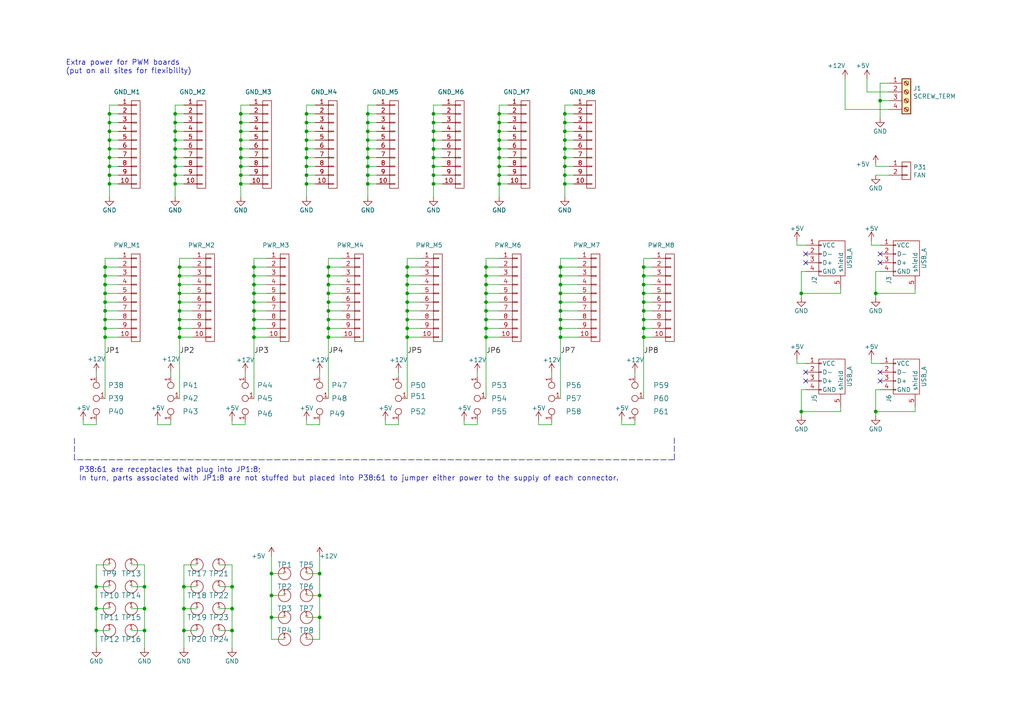
<source format=kicad_sch>
(kicad_sch (version 20211123) (generator eeschema)
  (paper "A4")
  (junction (at 163.83 33.02))
  (junction (at 163.83 40.64))
  (junction (at 92.71 172.72))
  (junction (at 69.85 38.1))
  (junction (at 140.97 82.55))
  (junction (at 163.83 38.1))
  (junction (at 31.75 33.02))
  (junction (at 106.68 53.34))
  (junction (at 27.94 176.53))
  (junction (at 125.73 33.02))
  (junction (at 73.66 82.55))
  (junction (at 144.78 40.64))
  (junction (at 162.56 97.79))
  (junction (at 118.11 87.63))
  (junction (at 186.69 82.55))
  (junction (at 186.69 95.25))
  (junction (at 106.68 48.26))
  (junction (at 88.9 48.26))
  (junction (at 31.75 40.64))
  (junction (at 118.11 80.01))
  (junction (at 31.75 53.34))
  (junction (at 50.8 38.1))
  (junction (at 144.78 48.26))
  (junction (at 255.27 29.21))
  (junction (at 67.31 182.88))
  (junction (at 52.07 90.17))
  (junction (at 106.68 40.64))
  (junction (at 78.74 172.72))
  (junction (at 106.68 35.56))
  (junction (at 95.25 90.17))
  (junction (at 88.9 43.18))
  (junction (at 52.07 87.63))
  (junction (at 69.85 35.56))
  (junction (at 50.8 43.18))
  (junction (at 69.85 43.18))
  (junction (at 78.74 179.07))
  (junction (at 125.73 45.72))
  (junction (at 30.48 85.09))
  (junction (at 118.11 92.71))
  (junction (at 53.34 176.53))
  (junction (at 52.07 80.01))
  (junction (at 106.68 38.1))
  (junction (at 125.73 48.26))
  (junction (at 254 85.09))
  (junction (at 232.41 119.38))
  (junction (at 186.69 80.01))
  (junction (at 73.66 85.09))
  (junction (at 31.75 35.56))
  (junction (at 50.8 53.34))
  (junction (at 69.85 40.64))
  (junction (at 52.07 85.09))
  (junction (at 162.56 87.63))
  (junction (at 232.41 85.09))
  (junction (at 30.48 80.01))
  (junction (at 125.73 40.64))
  (junction (at 69.85 33.02))
  (junction (at 186.69 87.63))
  (junction (at 144.78 45.72))
  (junction (at 30.48 87.63))
  (junction (at 106.68 33.02))
  (junction (at 254 119.38))
  (junction (at 27.94 170.18))
  (junction (at 73.66 80.01))
  (junction (at 88.9 40.64))
  (junction (at 73.66 90.17))
  (junction (at 73.66 97.79))
  (junction (at 67.31 170.18))
  (junction (at 52.07 82.55))
  (junction (at 30.48 95.25))
  (junction (at 95.25 97.79))
  (junction (at 140.97 90.17))
  (junction (at 125.73 35.56))
  (junction (at 31.75 50.8))
  (junction (at 125.73 53.34))
  (junction (at 95.25 82.55))
  (junction (at 50.8 40.64))
  (junction (at 186.69 77.47))
  (junction (at 69.85 45.72))
  (junction (at 144.78 53.34))
  (junction (at 118.11 97.79))
  (junction (at 163.83 43.18))
  (junction (at 95.25 85.09))
  (junction (at 53.34 182.88))
  (junction (at 140.97 77.47))
  (junction (at 106.68 50.8))
  (junction (at 163.83 50.8))
  (junction (at 67.31 176.53))
  (junction (at 106.68 43.18))
  (junction (at 30.48 97.79))
  (junction (at 95.25 92.71))
  (junction (at 162.56 92.71))
  (junction (at 106.68 45.72))
  (junction (at 52.07 92.71))
  (junction (at 31.75 45.72))
  (junction (at 95.25 95.25))
  (junction (at 88.9 53.34))
  (junction (at 78.74 166.37))
  (junction (at 162.56 82.55))
  (junction (at 140.97 80.01))
  (junction (at 52.07 95.25))
  (junction (at 41.91 170.18))
  (junction (at 31.75 38.1))
  (junction (at 144.78 35.56))
  (junction (at 50.8 35.56))
  (junction (at 186.69 85.09))
  (junction (at 92.71 179.07))
  (junction (at 144.78 38.1))
  (junction (at 118.11 85.09))
  (junction (at 52.07 77.47))
  (junction (at 41.91 182.88))
  (junction (at 118.11 82.55))
  (junction (at 31.75 48.26))
  (junction (at 95.25 80.01))
  (junction (at 140.97 87.63))
  (junction (at 30.48 82.55))
  (junction (at 30.48 77.47))
  (junction (at 125.73 38.1))
  (junction (at 69.85 48.26))
  (junction (at 144.78 43.18))
  (junction (at 69.85 50.8))
  (junction (at 162.56 80.01))
  (junction (at 30.48 90.17))
  (junction (at 88.9 35.56))
  (junction (at 69.85 53.34))
  (junction (at 186.69 90.17))
  (junction (at 162.56 95.25))
  (junction (at 50.8 48.26))
  (junction (at 73.66 92.71))
  (junction (at 163.83 53.34))
  (junction (at 50.8 45.72))
  (junction (at 118.11 95.25))
  (junction (at 186.69 92.71))
  (junction (at 140.97 92.71))
  (junction (at 31.75 43.18))
  (junction (at 88.9 50.8))
  (junction (at 118.11 77.47))
  (junction (at 163.83 45.72))
  (junction (at 163.83 48.26))
  (junction (at 163.83 35.56))
  (junction (at 162.56 90.17))
  (junction (at 118.11 90.17))
  (junction (at 144.78 50.8))
  (junction (at 125.73 43.18))
  (junction (at 27.94 182.88))
  (junction (at 73.66 77.47))
  (junction (at 162.56 77.47))
  (junction (at 95.25 77.47))
  (junction (at 88.9 33.02))
  (junction (at 125.73 50.8))
  (junction (at 95.25 87.63))
  (junction (at 162.56 85.09))
  (junction (at 73.66 87.63))
  (junction (at 88.9 45.72))
  (junction (at 50.8 50.8))
  (junction (at 140.97 97.79))
  (junction (at 30.48 92.71))
  (junction (at 140.97 85.09))
  (junction (at 53.34 170.18))
  (junction (at 144.78 33.02))
  (junction (at 41.91 176.53))
  (junction (at 92.71 166.37))
  (junction (at 186.69 97.79))
  (junction (at 73.66 95.25))
  (junction (at 88.9 38.1))
  (junction (at 50.8 33.02))
  (junction (at 140.97 95.25))
  (junction (at 52.07 97.79))
  (no_connect (at 233.68 107.95))
  (no_connect (at 233.68 110.49))
  (no_connect (at 255.27 76.2))
  (no_connect (at 233.68 73.66))
  (no_connect (at 255.27 110.49))
  (no_connect (at 255.27 107.95))
  (no_connect (at 255.27 73.66))
  (no_connect (at 233.68 76.2))
  (wire (pts (xy 31.75 45.72) (xy 31.75 48.26)))
  (wire (pts (xy 41.91 163.83) (xy 38.1 163.83)))
  (wire (pts (xy 144.78 50.8) (xy 147.32 50.8)))
  (wire (pts (xy 144.78 33.02) (xy 147.32 33.02)))
  (wire (pts (xy 71.12 109.22) (xy 71.12 107.95)))
  (wire (pts (xy 30.48 97.79) (xy 30.48 115.57)))
  (wire (pts (xy 163.83 35.56) (xy 163.83 38.1)))
  (wire (pts (xy 67.31 182.88) (xy 63.5 182.88)))
  (wire (pts (xy 144.78 82.55) (xy 140.97 82.55)))
  (wire (pts (xy 50.8 53.34) (xy 53.34 53.34)))
  (wire (pts (xy 147.32 30.48) (xy 144.78 30.48)))
  (wire (pts (xy 88.9 38.1) (xy 91.44 38.1)))
  (wire (pts (xy 163.83 43.18) (xy 166.37 43.18)))
  (wire (pts (xy 254 85.09) (xy 254 86.36)))
  (wire (pts (xy 243.84 119.38) (xy 232.41 119.38)))
  (wire (pts (xy 77.47 92.71) (xy 73.66 92.71)))
  (wire (pts (xy 163.83 53.34) (xy 163.83 57.15)))
  (wire (pts (xy 106.68 38.1) (xy 109.22 38.1)))
  (wire (pts (xy 163.83 43.18) (xy 163.83 45.72)))
  (wire (pts (xy 257.81 26.67) (xy 251.46 26.67)))
  (wire (pts (xy 186.69 77.47) (xy 186.69 80.01)))
  (wire (pts (xy 69.85 48.26) (xy 69.85 50.8)))
  (wire (pts (xy 88.9 45.72) (xy 88.9 48.26)))
  (wire (pts (xy 125.73 33.02) (xy 128.27 33.02)))
  (wire (pts (xy 31.75 43.18) (xy 31.75 45.72)))
  (wire (pts (xy 88.9 45.72) (xy 91.44 45.72)))
  (wire (pts (xy 118.11 80.01) (xy 118.11 82.55)))
  (wire (pts (xy 30.48 95.25) (xy 30.48 97.79)))
  (wire (pts (xy 189.23 77.47) (xy 186.69 77.47)))
  (wire (pts (xy 163.83 48.26) (xy 163.83 50.8)))
  (wire (pts (xy 186.69 80.01) (xy 189.23 80.01)))
  (wire (pts (xy 140.97 92.71) (xy 140.97 95.25)))
  (wire (pts (xy 73.66 95.25) (xy 77.47 95.25)))
  (wire (pts (xy 30.48 92.71) (xy 30.48 95.25)))
  (wire (pts (xy 57.15 182.88) (xy 53.34 182.88)))
  (wire (pts (xy 232.41 113.03) (xy 232.41 119.38)))
  (wire (pts (xy 73.66 80.01) (xy 77.47 80.01)))
  (wire (pts (xy 53.34 176.53) (xy 57.15 176.53)))
  (wire (pts (xy 144.78 87.63) (xy 140.97 87.63)))
  (wire (pts (xy 163.83 40.64) (xy 163.83 43.18)))
  (wire (pts (xy 140.97 85.09) (xy 144.78 85.09)))
  (wire (pts (xy 186.69 85.09) (xy 186.69 87.63)))
  (wire (pts (xy 31.75 40.64) (xy 34.29 40.64)))
  (wire (pts (xy 111.76 123.19) (xy 115.57 123.19)))
  (wire (pts (xy 180.34 121.92) (xy 180.34 123.19)))
  (wire (pts (xy 162.56 92.71) (xy 162.56 95.25)))
  (wire (pts (xy 106.68 30.48) (xy 106.68 33.02)))
  (wire (pts (xy 50.8 50.8) (xy 50.8 53.34)))
  (wire (pts (xy 41.91 176.53) (xy 41.91 182.88)))
  (wire (pts (xy 69.85 30.48) (xy 69.85 33.02)))
  (wire (pts (xy 162.56 82.55) (xy 162.56 85.09)))
  (wire (pts (xy 67.31 176.53) (xy 67.31 182.88)))
  (wire (pts (xy 99.06 92.71) (xy 95.25 92.71)))
  (wire (pts (xy 162.56 77.47) (xy 162.56 80.01)))
  (wire (pts (xy 88.9 43.18) (xy 88.9 45.72)))
  (wire (pts (xy 31.75 35.56) (xy 34.29 35.56)))
  (wire (pts (xy 160.02 109.22) (xy 160.02 107.95)))
  (wire (pts (xy 118.11 90.17) (xy 121.92 90.17)))
  (wire (pts (xy 144.78 53.34) (xy 147.32 53.34)))
  (wire (pts (xy 50.8 45.72) (xy 53.34 45.72)))
  (wire (pts (xy 162.56 85.09) (xy 167.64 85.09)))
  (wire (pts (xy 78.74 166.37) (xy 78.74 172.72)))
  (wire (pts (xy 184.15 123.19) (xy 184.15 121.92)))
  (wire (pts (xy 144.78 77.47) (xy 140.97 77.47)))
  (wire (pts (xy 95.25 82.55) (xy 95.25 85.09)))
  (wire (pts (xy 72.39 30.48) (xy 69.85 30.48)))
  (wire (pts (xy 95.25 74.93) (xy 95.25 77.47)))
  (wire (pts (xy 163.83 45.72) (xy 166.37 45.72)))
  (wire (pts (xy 45.72 123.19) (xy 49.53 123.19)))
  (wire (pts (xy 30.48 80.01) (xy 30.48 82.55)))
  (wire (pts (xy 77.47 77.47) (xy 73.66 77.47)))
  (wire (pts (xy 99.06 95.25) (xy 95.25 95.25)))
  (wire (pts (xy 144.78 92.71) (xy 140.97 92.71)))
  (wire (pts (xy 95.25 95.25) (xy 95.25 97.79)))
  (wire (pts (xy 67.31 182.88) (xy 67.31 187.96)))
  (wire (pts (xy 140.97 95.25) (xy 140.97 97.79)))
  (wire (pts (xy 27.94 176.53) (xy 31.75 176.53)))
  (wire (pts (xy 88.9 48.26) (xy 88.9 50.8)))
  (wire (pts (xy 31.75 45.72) (xy 34.29 45.72)))
  (wire (pts (xy 92.71 179.07) (xy 92.71 185.42)))
  (wire (pts (xy 95.25 92.71) (xy 95.25 95.25)))
  (wire (pts (xy 95.25 97.79) (xy 99.06 97.79)))
  (wire (pts (xy 231.14 69.85) (xy 231.14 71.12)))
  (wire (pts (xy 189.23 87.63) (xy 186.69 87.63)))
  (wire (pts (xy 73.66 90.17) (xy 77.47 90.17)))
  (wire (pts (xy 140.97 74.93) (xy 140.97 77.47)))
  (wire (pts (xy 118.11 90.17) (xy 118.11 92.71)))
  (wire (pts (xy 125.73 43.18) (xy 128.27 43.18)))
  (wire (pts (xy 88.9 33.02) (xy 91.44 33.02)))
  (wire (pts (xy 53.34 182.88) (xy 53.34 187.96)))
  (wire (pts (xy 73.66 92.71) (xy 73.66 95.25)))
  (wire (pts (xy 30.48 85.09) (xy 30.48 87.63)))
  (wire (pts (xy 115.57 123.19) (xy 115.57 121.92)))
  (wire (pts (xy 254 48.26) (xy 257.81 48.26)))
  (wire (pts (xy 31.75 50.8) (xy 34.29 50.8)))
  (wire (pts (xy 55.88 82.55) (xy 52.07 82.55)))
  (wire (pts (xy 160.02 123.19) (xy 160.02 121.92)))
  (wire (pts (xy 30.48 82.55) (xy 30.48 85.09)))
  (wire (pts (xy 265.43 83.82) (xy 265.43 85.09)))
  (wire (pts (xy 125.73 38.1) (xy 125.73 40.64)))
  (wire (pts (xy 88.9 123.19) (xy 92.71 123.19)))
  (wire (pts (xy 254 113.03) (xy 254 119.38)))
  (wire (pts (xy 140.97 85.09) (xy 140.97 87.63)))
  (wire (pts (xy 95.25 85.09) (xy 99.06 85.09)))
  (wire (pts (xy 69.85 50.8) (xy 69.85 53.34)))
  (wire (pts (xy 50.8 38.1) (xy 50.8 40.64)))
  (wire (pts (xy 50.8 35.56) (xy 50.8 38.1)))
  (wire (pts (xy 50.8 50.8) (xy 53.34 50.8)))
  (wire (pts (xy 265.43 119.38) (xy 254 119.38)))
  (wire (pts (xy 186.69 95.25) (xy 186.69 97.79)))
  (wire (pts (xy 106.68 43.18) (xy 106.68 45.72)))
  (wire (pts (xy 186.69 92.71) (xy 186.69 95.25)))
  (wire (pts (xy 73.66 74.93) (xy 73.66 77.47)))
  (wire (pts (xy 144.78 40.64) (xy 144.78 43.18)))
  (wire (pts (xy 27.94 123.19) (xy 27.94 121.92)))
  (wire (pts (xy 109.22 30.48) (xy 106.68 30.48)))
  (wire (pts (xy 88.9 50.8) (xy 91.44 50.8)))
  (wire (pts (xy 27.94 176.53) (xy 27.94 182.88)))
  (wire (pts (xy 128.27 30.48) (xy 125.73 30.48)))
  (wire (pts (xy 52.07 77.47) (xy 52.07 80.01)))
  (wire (pts (xy 69.85 33.02) (xy 69.85 35.56)))
  (wire (pts (xy 140.97 90.17) (xy 140.97 92.71)))
  (wire (pts (xy 232.41 85.09) (xy 232.41 86.36)))
  (wire (pts (xy 180.34 123.19) (xy 184.15 123.19)))
  (wire (pts (xy 99.06 87.63) (xy 95.25 87.63)))
  (wire (pts (xy 50.8 40.64) (xy 53.34 40.64)))
  (wire (pts (xy 69.85 48.26) (xy 72.39 48.26)))
  (wire (pts (xy 69.85 50.8) (xy 72.39 50.8)))
  (wire (pts (xy 52.07 87.63) (xy 52.07 90.17)))
  (wire (pts (xy 162.56 74.93) (xy 162.56 77.47)))
  (wire (pts (xy 52.07 85.09) (xy 55.88 85.09)))
  (wire (pts (xy 41.91 163.83) (xy 41.91 170.18)))
  (wire (pts (xy 243.84 83.82) (xy 243.84 85.09)))
  (wire (pts (xy 106.68 33.02) (xy 109.22 33.02)))
  (wire (pts (xy 118.11 97.79) (xy 118.11 115.57)))
  (wire (pts (xy 167.64 77.47) (xy 162.56 77.47)))
  (wire (pts (xy 125.73 40.64) (xy 125.73 43.18)))
  (wire (pts (xy 125.73 45.72) (xy 128.27 45.72)))
  (wire (pts (xy 121.92 87.63) (xy 118.11 87.63)))
  (wire (pts (xy 67.31 163.83) (xy 63.5 163.83)))
  (wire (pts (xy 53.34 176.53) (xy 53.34 182.88)))
  (wire (pts (xy 52.07 90.17) (xy 52.07 92.71)))
  (wire (pts (xy 232.41 78.74) (xy 233.68 78.74)))
  (wire (pts (xy 125.73 48.26) (xy 125.73 50.8)))
  (polyline (pts (xy 195.58 127) (xy 195.58 133.35)))
  (wire (pts (xy 31.75 53.34) (xy 31.75 57.15)))
  (wire (pts (xy 163.83 38.1) (xy 163.83 40.64)))
  (wire (pts (xy 69.85 40.64) (xy 72.39 40.64)))
  (wire (pts (xy 30.48 95.25) (xy 34.29 95.25)))
  (wire (pts (xy 50.8 48.26) (xy 50.8 50.8)))
  (wire (pts (xy 186.69 97.79) (xy 186.69 115.57)))
  (wire (pts (xy 50.8 30.48) (xy 50.8 33.02)))
  (wire (pts (xy 144.78 43.18) (xy 147.32 43.18)))
  (wire (pts (xy 186.69 74.93) (xy 186.69 77.47)))
  (wire (pts (xy 55.88 92.71) (xy 52.07 92.71)))
  (wire (pts (xy 156.21 123.19) (xy 160.02 123.19)))
  (wire (pts (xy 95.25 97.79) (xy 95.25 115.57)))
  (wire (pts (xy 50.8 33.02) (xy 50.8 35.56)))
  (wire (pts (xy 265.43 85.09) (xy 254 85.09)))
  (wire (pts (xy 162.56 74.93) (xy 167.64 74.93)))
  (wire (pts (xy 140.97 77.47) (xy 140.97 80.01)))
  (wire (pts (xy 92.71 185.42) (xy 88.9 185.42)))
  (wire (pts (xy 186.69 90.17) (xy 186.69 92.71)))
  (wire (pts (xy 30.48 87.63) (xy 30.48 90.17)))
  (wire (pts (xy 162.56 90.17) (xy 162.56 92.71)))
  (wire (pts (xy 50.8 43.18) (xy 50.8 45.72)))
  (wire (pts (xy 34.29 82.55) (xy 30.48 82.55)))
  (wire (pts (xy 125.73 45.72) (xy 125.73 48.26)))
  (wire (pts (xy 144.78 43.18) (xy 144.78 45.72)))
  (wire (pts (xy 63.5 176.53) (xy 67.31 176.53)))
  (wire (pts (xy 53.34 163.83) (xy 53.34 170.18)))
  (wire (pts (xy 106.68 45.72) (xy 106.68 48.26)))
  (wire (pts (xy 118.11 95.25) (xy 118.11 97.79)))
  (wire (pts (xy 78.74 172.72) (xy 78.74 179.07)))
  (wire (pts (xy 231.14 104.14) (xy 231.14 105.41)))
  (wire (pts (xy 232.41 119.38) (xy 232.41 120.65)))
  (wire (pts (xy 138.43 123.19) (xy 138.43 121.92)))
  (wire (pts (xy 27.94 163.83) (xy 31.75 163.83)))
  (wire (pts (xy 125.73 33.02) (xy 125.73 35.56)))
  (wire (pts (xy 118.11 92.71) (xy 118.11 95.25)))
  (wire (pts (xy 52.07 95.25) (xy 52.07 97.79)))
  (wire (pts (xy 140.97 87.63) (xy 140.97 90.17)))
  (wire (pts (xy 27.94 109.22) (xy 27.94 107.95)))
  (wire (pts (xy 125.73 30.48) (xy 125.73 33.02)))
  (wire (pts (xy 88.9 179.07) (xy 92.71 179.07)))
  (wire (pts (xy 118.11 82.55) (xy 118.11 85.09)))
  (wire (pts (xy 144.78 33.02) (xy 144.78 35.56)))
  (wire (pts (xy 41.91 182.88) (xy 41.91 187.96)))
  (wire (pts (xy 255.27 29.21) (xy 255.27 34.29)))
  (wire (pts (xy 144.78 38.1) (xy 147.32 38.1)))
  (wire (pts (xy 88.9 48.26) (xy 91.44 48.26)))
  (wire (pts (xy 31.75 50.8) (xy 31.75 53.34)))
  (wire (pts (xy 162.56 97.79) (xy 162.56 115.57)))
  (wire (pts (xy 88.9 40.64) (xy 88.9 43.18)))
  (wire (pts (xy 73.66 87.63) (xy 73.66 90.17)))
  (wire (pts (xy 52.07 90.17) (xy 55.88 90.17)))
  (wire (pts (xy 144.78 38.1) (xy 144.78 40.64)))
  (wire (pts (xy 144.78 35.56) (xy 147.32 35.56)))
  (wire (pts (xy 34.29 30.48) (xy 31.75 30.48)))
  (wire (pts (xy 118.11 80.01) (xy 121.92 80.01)))
  (wire (pts (xy 69.85 40.64) (xy 69.85 43.18)))
  (wire (pts (xy 118.11 85.09) (xy 121.92 85.09)))
  (wire (pts (xy 24.13 123.19) (xy 27.94 123.19)))
  (wire (pts (xy 95.25 90.17) (xy 99.06 90.17)))
  (wire (pts (xy 69.85 53.34) (xy 69.85 57.15)))
  (wire (pts (xy 184.15 109.22) (xy 184.15 107.95)))
  (wire (pts (xy 67.31 163.83) (xy 67.31 170.18)))
  (wire (pts (xy 92.71 172.72) (xy 88.9 172.72)))
  (wire (pts (xy 69.85 53.34) (xy 72.39 53.34)))
  (wire (pts (xy 69.85 38.1) (xy 72.39 38.1)))
  (wire (pts (xy 50.8 43.18) (xy 53.34 43.18)))
  (wire (pts (xy 31.75 35.56) (xy 31.75 38.1)))
  (wire (pts (xy 55.88 77.47) (xy 52.07 77.47)))
  (wire (pts (xy 34.29 92.71) (xy 30.48 92.71)))
  (wire (pts (xy 144.78 30.48) (xy 144.78 33.02)))
  (wire (pts (xy 53.34 170.18) (xy 53.34 176.53)))
  (wire (pts (xy 251.46 22.86) (xy 251.46 26.67)))
  (wire (pts (xy 50.8 33.02) (xy 53.34 33.02)))
  (wire (pts (xy 265.43 118.11) (xy 265.43 119.38)))
  (wire (pts (xy 67.31 170.18) (xy 63.5 170.18)))
  (wire (pts (xy 162.56 80.01) (xy 167.64 80.01)))
  (wire (pts (xy 144.78 48.26) (xy 144.78 50.8)))
  (wire (pts (xy 69.85 45.72) (xy 72.39 45.72)))
  (wire (pts (xy 92.71 109.22) (xy 92.71 107.95)))
  (wire (pts (xy 88.9 40.64) (xy 91.44 40.64)))
  (wire (pts (xy 99.06 77.47) (xy 95.25 77.47)))
  (wire (pts (xy 186.69 82.55) (xy 186.69 85.09)))
  (wire (pts (xy 78.74 179.07) (xy 82.55 179.07)))
  (wire (pts (xy 186.69 87.63) (xy 186.69 90.17)))
  (wire (pts (xy 140.97 82.55) (xy 140.97 85.09)))
  (wire (pts (xy 77.47 82.55) (xy 73.66 82.55)))
  (wire (pts (xy 78.74 179.07) (xy 78.74 185.42)))
  (wire (pts (xy 243.84 85.09) (xy 232.41 85.09)))
  (wire (pts (xy 254 113.03) (xy 255.27 113.03)))
  (wire (pts (xy 255.27 24.13) (xy 255.27 29.21)))
  (wire (pts (xy 167.64 97.79) (xy 162.56 97.79)))
  (wire (pts (xy 78.74 161.29) (xy 78.74 166.37)))
  (wire (pts (xy 140.97 80.01) (xy 140.97 82.55)))
  (wire (pts (xy 163.83 33.02) (xy 166.37 33.02)))
  (polyline (pts (xy 21.59 133.35) (xy 21.59 127)))
  (wire (pts (xy 67.31 170.18) (xy 67.31 176.53)))
  (wire (pts (xy 106.68 33.02) (xy 106.68 35.56)))
  (wire (pts (xy 73.66 85.09) (xy 73.66 87.63)))
  (wire (pts (xy 134.62 121.92) (xy 134.62 123.19)))
  (wire (pts (xy 53.34 163.83) (xy 57.15 163.83)))
  (wire (pts (xy 111.76 121.92) (xy 111.76 123.19)))
  (wire (pts (xy 73.66 97.79) (xy 73.66 115.57)))
  (wire (pts (xy 52.07 95.25) (xy 55.88 95.25)))
  (wire (pts (xy 99.06 82.55) (xy 95.25 82.55)))
  (wire (pts (xy 243.84 118.11) (xy 243.84 119.38)))
  (wire (pts (xy 257.81 24.13) (xy 255.27 24.13)))
  (wire (pts (xy 45.72 121.92) (xy 45.72 123.19)))
  (wire (pts (xy 125.73 50.8) (xy 128.27 50.8)))
  (wire (pts (xy 69.85 45.72) (xy 69.85 48.26)))
  (wire (pts (xy 38.1 176.53) (xy 41.91 176.53)))
  (wire (pts (xy 88.9 33.02) (xy 88.9 35.56)))
  (wire (pts (xy 140.97 74.93) (xy 144.78 74.93)))
  (wire (pts (xy 55.88 87.63) (xy 52.07 87.63)))
  (wire (pts (xy 162.56 95.25) (xy 167.64 95.25)))
  (wire (pts (xy 118.11 85.09) (xy 118.11 87.63)))
  (wire (pts (xy 166.37 30.48) (xy 163.83 30.48)))
  (wire (pts (xy 144.78 35.56) (xy 144.78 38.1)))
  (wire (pts (xy 50.8 53.34) (xy 50.8 57.15)))
  (wire (pts (xy 106.68 50.8) (xy 109.22 50.8)))
  (wire (pts (xy 162.56 95.25) (xy 162.56 97.79)))
  (wire (pts (xy 121.92 82.55) (xy 118.11 82.55)))
  (wire (pts (xy 125.73 53.34) (xy 128.27 53.34)))
  (wire (pts (xy 231.14 71.12) (xy 233.68 71.12)))
  (wire (pts (xy 91.44 30.48) (xy 88.9 30.48)))
  (wire (pts (xy 144.78 50.8) (xy 144.78 53.34)))
  (wire (pts (xy 71.12 123.19) (xy 71.12 121.92)))
  (wire (pts (xy 189.23 82.55) (xy 186.69 82.55)))
  (wire (pts (xy 121.92 92.71) (xy 118.11 92.71)))
  (wire (pts (xy 186.69 90.17) (xy 189.23 90.17)))
  (wire (pts (xy 106.68 35.56) (xy 109.22 35.56)))
  (wire (pts (xy 73.66 77.47) (xy 73.66 80.01)))
  (wire (pts (xy 55.88 97.79) (xy 52.07 97.79)))
  (wire (pts (xy 77.47 87.63) (xy 73.66 87.63)))
  (wire (pts (xy 41.91 170.18) (xy 38.1 170.18)))
  (wire (pts (xy 255.27 71.12) (xy 252.73 71.12)))
  (wire (pts (xy 106.68 40.64) (xy 106.68 43.18)))
  (wire (pts (xy 49.53 107.95) (xy 49.53 109.22)))
  (wire (pts (xy 106.68 53.34) (xy 106.68 57.15)))
  (wire (pts (xy 92.71 123.19) (xy 92.71 121.92)))
  (wire (pts (xy 73.66 85.09) (xy 77.47 85.09)))
  (wire (pts (xy 88.9 35.56) (xy 88.9 38.1)))
  (wire (pts (xy 106.68 50.8) (xy 106.68 53.34)))
  (wire (pts (xy 88.9 53.34) (xy 88.9 57.15)))
  (wire (pts (xy 125.73 53.34) (xy 125.73 57.15)))
  (wire (pts (xy 140.97 80.01) (xy 144.78 80.01)))
  (wire (pts (xy 189.23 92.71) (xy 186.69 92.71)))
  (wire (pts (xy 232.41 113.03) (xy 233.68 113.03)))
  (wire (pts (xy 95.25 80.01) (xy 95.25 82.55)))
  (wire (pts (xy 31.75 48.26) (xy 31.75 50.8)))
  (wire (pts (xy 92.71 172.72) (xy 92.71 179.07)))
  (wire (pts (xy 73.66 80.01) (xy 73.66 82.55)))
  (wire (pts (xy 31.75 40.64) (xy 31.75 43.18)))
  (wire (pts (xy 106.68 45.72) (xy 109.22 45.72)))
  (wire (pts (xy 52.07 92.71) (xy 52.07 95.25)))
  (wire (pts (xy 31.75 48.26) (xy 34.29 48.26)))
  (wire (pts (xy 252.73 105.41) (xy 252.73 104.14)))
  (wire (pts (xy 34.29 77.47) (xy 30.48 77.47)))
  (wire (pts (xy 95.25 85.09) (xy 95.25 87.63)))
  (wire (pts (xy 125.73 38.1) (xy 128.27 38.1)))
  (wire (pts (xy 92.71 161.29) (xy 92.71 166.37)))
  (wire (pts (xy 163.83 33.02) (xy 163.83 35.56)))
  (wire (pts (xy 31.75 170.18) (xy 27.94 170.18)))
  (wire (pts (xy 41.91 182.88) (xy 38.1 182.88)))
  (wire (pts (xy 27.94 182.88) (xy 27.94 187.96)))
  (wire (pts (xy 163.83 30.48) (xy 163.83 33.02)))
  (wire (pts (xy 118.11 74.93) (xy 121.92 74.93)))
  (wire (pts (xy 162.56 85.09) (xy 162.56 87.63)))
  (wire (pts (xy 52.07 82.55) (xy 52.07 85.09)))
  (wire (pts (xy 95.25 87.63) (xy 95.25 90.17)))
  (wire (pts (xy 144.78 48.26) (xy 147.32 48.26)))
  (wire (pts (xy 95.25 77.47) (xy 95.25 80.01)))
  (wire (pts (xy 163.83 50.8) (xy 166.37 50.8)))
  (wire (pts (xy 31.75 33.02) (xy 31.75 35.56)))
  (wire (pts (xy 162.56 90.17) (xy 167.64 90.17)))
  (wire (pts (xy 252.73 71.12) (xy 252.73 69.85)))
  (wire (pts (xy 106.68 48.26) (xy 109.22 48.26)))
  (wire (pts (xy 88.9 121.92) (xy 88.9 123.19)))
  (wire (pts (xy 31.75 38.1) (xy 31.75 40.64)))
  (wire (pts (xy 163.83 40.64) (xy 166.37 40.64)))
  (wire (pts (xy 254 78.74) (xy 255.27 78.74)))
  (wire (pts (xy 52.07 85.09) (xy 52.07 87.63)))
  (wire (pts (xy 186.69 80.01) (xy 186.69 82.55)))
  (wire (pts (xy 163.83 45.72) (xy 163.83 48.26)))
  (wire (pts (xy 57.15 170.18) (xy 53.34 170.18)))
  (wire (pts (xy 144.78 97.79) (xy 140.97 97.79)))
  (wire (pts (xy 88.9 43.18) (xy 91.44 43.18)))
  (wire (pts (xy 50.8 45.72) (xy 50.8 48.26)))
  (wire (pts (xy 254 119.38) (xy 254 120.65)))
  (wire (pts (xy 30.48 90.17) (xy 30.48 92.71)))
  (wire (pts (xy 125.73 43.18) (xy 125.73 45.72)))
  (wire (pts (xy 53.34 30.48) (xy 50.8 30.48)))
  (wire (pts (xy 92.71 166.37) (xy 92.71 172.72)))
  (wire (pts (xy 125.73 35.56) (xy 125.73 38.1)))
  (wire (pts (xy 67.31 123.19) (xy 71.12 123.19)))
  (wire (pts (xy 106.68 35.56) (xy 106.68 38.1)))
  (wire (pts (xy 162.56 80.01) (xy 162.56 82.55)))
  (wire (pts (xy 121.92 97.79) (xy 118.11 97.79)))
  (wire (pts (xy 69.85 43.18) (xy 72.39 43.18)))
  (wire (pts (xy 163.83 38.1) (xy 166.37 38.1)))
  (wire (pts (xy 30.48 80.01) (xy 34.29 80.01)))
  (wire (pts (xy 67.31 121.92) (xy 67.31 123.19)))
  (wire (pts (xy 106.68 48.26) (xy 106.68 50.8)))
  (wire (pts (xy 144.78 45.72) (xy 144.78 48.26)))
  (wire (pts (xy 167.64 87.63) (xy 162.56 87.63)))
  (wire (pts (xy 162.56 87.63) (xy 162.56 90.17)))
  (wire (pts (xy 31.75 43.18) (xy 34.29 43.18)))
  (wire (pts (xy 88.9 53.34) (xy 91.44 53.34)))
  (wire (pts (xy 50.8 35.56) (xy 53.34 35.56)))
  (wire (pts (xy 31.75 33.02) (xy 34.29 33.02)))
  (wire (pts (xy 106.68 43.18) (xy 109.22 43.18)))
  (wire (pts (xy 163.83 35.56) (xy 166.37 35.56)))
  (wire (pts (xy 27.94 163.83) (xy 27.94 170.18)))
  (wire (pts (xy 31.75 182.88) (xy 27.94 182.88)))
  (wire (pts (xy 106.68 53.34) (xy 109.22 53.34)))
  (wire (pts (xy 186.69 95.25) (xy 189.23 95.25)))
  (wire (pts (xy 88.9 166.37) (xy 92.71 166.37)))
  (wire (pts (xy 140.97 90.17) (xy 144.78 90.17)))
  (wire (pts (xy 27.94 170.18) (xy 27.94 176.53)))
  (wire (pts (xy 257.81 31.75) (xy 245.11 31.75)))
  (wire (pts (xy 50.8 48.26) (xy 53.34 48.26)))
  (wire (pts (xy 95.25 80.01) (xy 99.06 80.01)))
  (wire (pts (xy 78.74 185.42) (xy 82.55 185.42)))
  (wire (pts (xy 73.66 74.93) (xy 77.47 74.93)))
  (wire (pts (xy 125.73 48.26) (xy 128.27 48.26)))
  (wire (pts (xy 78.74 166.37) (xy 82.55 166.37)))
  (wire (pts (xy 144.78 45.72) (xy 147.32 45.72)))
  (wire (pts (xy 125.73 40.64) (xy 128.27 40.64)))
  (wire (pts (xy 167.64 82.55) (xy 162.56 82.55)))
  (wire (pts (xy 52.07 74.93) (xy 55.88 74.93)))
  (wire (pts (xy 30.48 85.09) (xy 34.29 85.09)))
  (wire (pts (xy 95.25 90.17) (xy 95.25 92.71)))
  (wire (pts (xy 73.66 82.55) (xy 73.66 85.09)))
  (wire (pts (xy 144.78 53.34) (xy 144.78 57.15)))
  (wire (pts (xy 31.75 38.1) (xy 34.29 38.1)))
  (wire (pts (xy 77.47 97.79) (xy 73.66 97.79)))
  (wire (pts (xy 118.11 74.93) (xy 118.11 77.47)))
  (wire (pts (xy 189.23 97.79) (xy 186.69 97.79)))
  (wire (pts (xy 31.75 53.34) (xy 34.29 53.34)))
  (wire (pts (xy 49.53 123.19) (xy 49.53 121.92)))
  (wire (pts (xy 50.8 40.64) (xy 50.8 43.18)))
  (wire (pts (xy 88.9 38.1) (xy 88.9 40.64)))
  (polyline (pts (xy 195.58 133.35) (xy 21.59 133.35)))
  (wire (pts (xy 255.27 105.41) (xy 252.73 105.41)))
  (wire (pts (xy 254 50.8) (xy 257.81 50.8)))
  (wire (pts (xy 140.97 95.25) (xy 144.78 95.25)))
  (wire (pts (xy 50.8 38.1) (xy 53.34 38.1)))
  (wire (pts (xy 69.85 43.18) (xy 69.85 45.72)))
  (wire (pts (xy 69.85 33.02) (xy 72.39 33.02)))
  (wire (pts (xy 88.9 30.48) (xy 88.9 33.02)))
  (wire (pts (xy 88.9 50.8) (xy 88.9 53.34)))
  (wire (pts (xy 95.25 74.93) (xy 99.06 74.93)))
  (wire (pts (xy 156.21 121.92) (xy 156.21 123.19)))
  (wire (pts (xy 121.92 77.47) (xy 118.11 77.47)))
  (wire (pts (xy 41.91 170.18) (xy 41.91 176.53)))
  (wire (pts (xy 52.07 80.01) (xy 52.07 82.55)))
  (wire (pts (xy 52.07 97.79) (xy 52.07 115.57)))
  (wire (pts (xy 88.9 35.56) (xy 91.44 35.56)))
  (wire (pts (xy 186.69 74.93) (xy 189.23 74.93)))
  (wire (pts (xy 73.66 90.17) (xy 73.66 92.71)))
  (wire (pts (xy 231.14 105.41) (xy 233.68 105.41)))
  (wire (pts (xy 167.64 92.71) (xy 162.56 92.71)))
  (wire (pts (xy 245.11 31.75) (xy 245.11 22.86)))
  (wire (pts (xy 69.85 35.56) (xy 69.85 38.1)))
  (wire (pts (xy 134.62 123.19) (xy 138.43 123.19)))
  (wire (pts (xy 115.57 109.22) (xy 115.57 107.95)))
  (wire (pts (xy 163.83 48.26) (xy 166.37 48.26)))
  (wire (pts (xy 186.69 85.09) (xy 189.23 85.09)))
  (wire (pts (xy 254 78.74) (xy 254 85.09)))
  (wire (pts (xy 144.78 40.64) (xy 147.32 40.64)))
  (wire (pts (xy 69.85 38.1) (xy 69.85 40.64)))
  (wire (pts (xy 24.13 121.92) (xy 24.13 123.19)))
  (wire (pts (xy 163.83 50.8) (xy 163.83 53.34)))
  (wire (pts (xy 52.07 80.01) (xy 55.88 80.01)))
  (wire (pts (xy 118.11 87.63) (xy 118.11 90.17)))
  (wire (pts (xy 34.29 97.79) (xy 30.48 97.79)))
  (wire (pts (xy 30.48 90.17) (xy 34.29 90.17)))
  (wire (pts (xy 31.75 30.48) (xy 31.75 33.02)))
  (wire (pts (xy 138.43 109.22) (xy 138.43 107.95)))
  (wire (pts (xy 118.11 95.25) (xy 121.92 95.25)))
  (wire (pts (xy 125.73 50.8) (xy 125.73 53.34)))
  (wire (pts (xy 106.68 40.64) (xy 109.22 40.64)))
  (wire (pts (xy 34.29 74.93) (xy 30.48 74.93)))
  (wire (pts (xy 82.55 172.72) (xy 78.74 172.72)))
  (wire (pts (xy 118.11 77.47) (xy 118.11 80.01)))
  (wire (pts (xy 52.07 74.93) (xy 52.07 77.47)))
  (wire (pts (xy 163.83 53.34) (xy 166.37 53.34)))
  (wire (pts (xy 30.48 77.47) (xy 30.48 80.01)))
  (wire (pts (xy 73.66 95.25) (xy 73.66 97.79)))
  (wire (pts (xy 255.27 29.21) (xy 257.81 29.21)))
  (wire (pts (xy 30.48 74.93) (xy 30.48 77.47)))
  (wire (pts (xy 69.85 35.56) (xy 72.39 35.56)))
  (wire (pts (xy 254 47.625) (xy 254 48.26)))
  (wire (pts (xy 232.41 78.74) (xy 232.41 85.09)))
  (wire (pts (xy 125.73 35.56) (xy 128.27 35.56)))
  (wire (pts (xy 140.97 97.79) (xy 140.97 115.57)))
  (wire (pts (xy 34.29 87.63) (xy 30.48 87.63)))
  (wire (pts (xy 106.68 38.1) (xy 106.68 40.64)))
  (text "P38:61 are receptacles that plug into JP1:8; \nIn turn, parts associated with JP1:8 are not stuffed but placed into P38:61 to jumper either power to the supply of each connector." (at 22.86 139.7 0) (effects (font (size 1.524 1.524)) (justify left bottom)))
  (text "Extra power for PWM boards\n(put on all sites for flexibility)" (at 19.05 21.59 0) (effects (font (size 1.524 1.524)) (justify left bottom)))
  (label "JP8" (at 186.69 102.87 0) (effects (font (size 1.524 1.524))))
  (label "JP2" (at 52.07 102.87 0) (effects (font (size 1.524 1.524))))
  (label "JP4" (at 95.25 102.87 0) (effects (font (size 1.524 1.524))))
  (label "JP5" (at 118.11 102.87 0) (effects (font (size 1.524 1.524))))
  (label "JP3" (at 73.66 102.87 0) (effects (font (size 1.524 1.524))))
  (label "JP1" (at 30.48 102.87 0) (effects (font (size 1.524 1.524))))
  (label "JP7" (at 162.56 102.87 0) (effects (font (size 1.524 1.524))))
  (label "JP6" (at 140.97 102.87 0) (effects (font (size 1.524 1.524))))
  (symbol (lib_id "Motherboard-rescue:conn_CONN_01X10") (at 40.64 59.69 0) (unit 1)
    (property "Reference" "GND_M1" (at 36.83 26.67 0))
    (property "Value" " " (at 43.18 59.69 90))
    (property "Footprint" "mods:10_pin_10in_BW" (effects hide))
    (property "Catalog Number" "ED11163-ND" (effects hide))
    (property "Supplier Name" "Digi-key" (effects hide))
  )
  (symbol (lib_id "Motherboard-rescue:power1_GND") (at 31.75 57.15 0) (unit 1)
    (property "Reference" "#PWR026" (effects hide))
    (property "Value" "GND" (at 31.75 60.96 0))
  )
  (symbol (lib_id "Motherboard-rescue:conn_CONN_01X10") (at 59.69 59.69 0) (unit 1)
    (property "Reference" "GND_M2" (at 55.88 26.67 0))
    (property "Value" " " (at 62.23 59.69 90))
    (property "Footprint" "mods:10_pin_10in_BW" (effects hide))
    (property "Catalog Number" "ED11163-ND" (effects hide))
    (property "Supplier Name" "Digi-key" (effects hide))
  )
  (symbol (lib_id "Motherboard-rescue:power1_GND") (at 50.8 57.15 0) (unit 1)
    (property "Reference" "#PWR027" (effects hide))
    (property "Value" "GND" (at 50.8 60.96 0))
  )
  (symbol (lib_id "Motherboard-rescue:conn_CONN_01X10") (at 78.74 59.69 0) (unit 1)
    (property "Reference" "GND_M3" (at 74.93 26.67 0))
    (property "Value" " " (at 81.28 59.69 90))
    (property "Footprint" "mods:10_pin_10in_BW" (effects hide))
    (property "Catalog Number" "ED11163-ND" (effects hide))
    (property "Supplier Name" "Digi-key" (effects hide))
  )
  (symbol (lib_id "Motherboard-rescue:power1_GND") (at 69.85 57.15 0) (unit 1)
    (property "Reference" "#PWR028" (effects hide))
    (property "Value" "GND" (at 69.85 60.96 0))
  )
  (symbol (lib_id "Motherboard-rescue:conn_CONN_01X10") (at 97.79 59.69 0) (unit 1)
    (property "Reference" "GND_M4" (at 93.98 26.67 0))
    (property "Value" " " (at 100.33 59.69 90))
    (property "Footprint" "mods:10_pin_10in_BW" (effects hide))
    (property "Catalog Number" "ED11163-ND" (effects hide))
    (property "Supplier Name" "Digi-key" (effects hide))
  )
  (symbol (lib_id "Motherboard-rescue:power1_GND") (at 88.9 57.15 0) (unit 1)
    (property "Reference" "#PWR029" (effects hide))
    (property "Value" "GND" (at 88.9 60.96 0))
  )
  (symbol (lib_id "Motherboard-rescue:conn_CONN_01X10") (at 115.57 59.69 0) (unit 1)
    (property "Reference" "GND_M5" (at 111.76 26.67 0))
    (property "Value" " " (at 118.11 59.69 90))
    (property "Footprint" "mods:10_pin_10in_BW" (effects hide))
    (property "Catalog Number" "ED11163-ND" (effects hide))
    (property "Supplier Name" "Digi-key" (effects hide))
  )
  (symbol (lib_id "Motherboard-rescue:power1_GND") (at 106.68 57.15 0) (unit 1)
    (property "Reference" "#PWR030" (effects hide))
    (property "Value" "GND" (at 106.68 60.96 0))
  )
  (symbol (lib_id "Motherboard-rescue:conn_CONN_01X10") (at 134.62 59.69 0) (unit 1)
    (property "Reference" "GND_M6" (at 130.81 26.67 0))
    (property "Value" " " (at 137.16 59.69 90))
    (property "Footprint" "mods:10_pin_10in_BW" (effects hide))
    (property "Catalog Number" "ED11163-ND" (effects hide))
    (property "Supplier Name" "Digi-key" (effects hide))
  )
  (symbol (lib_id "Motherboard-rescue:power1_GND") (at 125.73 57.15 0) (unit 1)
    (property "Reference" "#PWR031" (effects hide))
    (property "Value" "GND" (at 125.73 60.96 0))
  )
  (symbol (lib_id "Motherboard-rescue:conn_CONN_01X10") (at 153.67 59.69 0) (unit 1)
    (property "Reference" "GND_M7" (at 149.86 26.67 0))
    (property "Value" " " (at 156.21 59.69 90))
    (property "Footprint" "mods:10_pin_10in_BW" (effects hide))
    (property "Catalog Number" "ED11163-ND" (effects hide))
    (property "Supplier Name" "Digi-key" (effects hide))
  )
  (symbol (lib_id "Motherboard-rescue:power1_GND") (at 144.78 57.15 0) (unit 1)
    (property "Reference" "#PWR032" (effects hide))
    (property "Value" "GND" (at 144.78 60.96 0))
  )
  (symbol (lib_id "Motherboard-rescue:conn_CONN_01X10") (at 172.72 59.69 0) (unit 1)
    (property "Reference" "GND_M8" (at 168.91 26.67 0))
    (property "Value" " " (at 175.26 59.69 90))
    (property "Footprint" "mods:10_pin_10in_BW" (effects hide))
    (property "Catalog Number" "ED11163-ND" (effects hide))
    (property "Supplier Name" "Digi-key" (effects hide))
  )
  (symbol (lib_id "Motherboard-rescue:power1_GND") (at 163.83 57.15 0) (unit 1)
    (property "Reference" "#PWR042" (effects hide))
    (property "Value" "GND" (at 163.83 60.96 0))
  )
  (symbol (lib_id "Motherboard-rescue:conn_CONN_01X10") (at 40.64 104.14 0) (unit 1)
    (property "Reference" "PWR_M1" (at 36.83 71.12 0))
    (property "Value" "CONN_01X10" (effects hide))
    (property "Footprint" "mods:10_pin_10in_BW" (effects hide))
    (property "Catalog Number" "ED11163-ND" (effects hide))
    (property "Supplier Name" "Digi-key" (effects hide))
  )
  (symbol (lib_id "Motherboard-rescue:conn_CONN_01X10") (at 62.23 104.14 0) (unit 1)
    (property "Reference" "PWR_M2" (at 58.42 71.12 0))
    (property "Value" "CONN_01X10" (effects hide))
    (property "Footprint" "mods:10_pin_10in_BW" (effects hide))
    (property "Catalog Number" "ED11163-ND" (effects hide))
    (property "Supplier Name" "Digi-key" (effects hide))
  )
  (symbol (lib_id "Motherboard-rescue:conn_CONN_01X10") (at 83.82 104.14 0) (unit 1)
    (property "Reference" "PWR_M3" (at 80.01 71.12 0))
    (property "Value" "CONN_01X10" (effects hide))
    (property "Footprint" "mods:10_pin_10in_BW" (effects hide))
    (property "Catalog Number" "ED11163-ND" (effects hide))
    (property "Supplier Name" "Digi-key" (effects hide))
  )
  (symbol (lib_id "Motherboard-rescue:conn_CONN_01X10") (at 105.41 104.14 0) (unit 1)
    (property "Reference" "PWR_M4" (at 101.6 71.12 0))
    (property "Value" "CONN_01X10" (effects hide))
    (property "Footprint" "mods:10_pin_10in_BW" (effects hide))
    (property "Catalog Number" "ED11163-ND" (effects hide))
    (property "Supplier Name" "Digi-key" (effects hide))
  )
  (symbol (lib_id "Motherboard-rescue:conn_CONN_01X10") (at 128.27 104.14 0) (unit 1)
    (property "Reference" "PWR_M5" (at 124.46 71.12 0))
    (property "Value" "CONN_01X10" (effects hide))
    (property "Footprint" "mods:10_pin_10in_BW" (effects hide))
    (property "Catalog Number" "ED11163-ND" (effects hide))
    (property "Supplier Name" "Digi-key" (effects hide))
  )
  (symbol (lib_id "Motherboard-rescue:conn_CONN_01X10") (at 151.13 104.14 0) (unit 1)
    (property "Reference" "PWR_M6" (at 147.32 71.12 0))
    (property "Value" "CONN_01X10" (effects hide))
    (property "Footprint" "mods:10_pin_10in_BW" (effects hide))
    (property "Catalog Number" "ED11163-ND" (effects hide))
    (property "Supplier Name" "Digi-key" (effects hide))
  )
  (symbol (lib_id "Motherboard-rescue:conn_CONN_01X10") (at 173.99 104.14 0) (unit 1)
    (property "Reference" "PWR_M7" (at 170.18 71.12 0))
    (property "Value" "CONN_01X10" (effects hide))
    (property "Footprint" "mods:10_pin_10in_BW" (effects hide))
    (property "Catalog Number" "ED11163-ND" (effects hide))
    (property "Supplier Name" "Digi-key" (effects hide))
  )
  (symbol (lib_id "Motherboard-rescue:conn_CONN_01X10") (at 195.58 104.14 0) (unit 1)
    (property "Reference" "PWR_M8" (at 191.77 71.12 0))
    (property "Value" "CONN_01X10" (effects hide))
    (property "Footprint" "mods:10_pin_10in_BW" (effects hide))
    (property "Catalog Number" "ED11163-ND" (effects hide))
    (property "Supplier Name" "Digi-key" (effects hide))
  )
  (symbol (lib_id "power:+12V") (at 27.94 107.95 0) (unit 1)
    (property "Reference" "#PWR043" (effects hide))
    (property "Value" "+12V" (at 27.94 104.14 0))
  )
  (symbol (lib_id "power:+12V") (at 49.53 107.95 0) (unit 1)
    (property "Reference" "#PWR044" (effects hide))
    (property "Value" "+12V" (at 49.53 104.14 0))
  )
  (symbol (lib_id "power:+12V") (at 71.12 107.95 0) (unit 1)
    (property "Reference" "#PWR045" (effects hide))
    (property "Value" "+12V" (at 71.12 104.394 0))
  )
  (symbol (lib_id "power:+12V") (at 92.71 107.95 0) (unit 1)
    (property "Reference" "#PWR046" (effects hide))
    (property "Value" "+12V" (at 92.71 104.394 0))
  )
  (symbol (lib_id "power:+12V") (at 115.57 107.95 0) (unit 1)
    (property "Reference" "#PWR047" (effects hide))
    (property "Value" "+12V" (at 115.57 104.394 0))
  )
  (symbol (lib_id "power:+12V") (at 138.43 107.95 0) (unit 1)
    (property "Reference" "#PWR048" (effects hide))
    (property "Value" "+12V" (at 138.43 104.394 0))
  )
  (symbol (lib_id "power:+12V") (at 160.02 107.95 0) (unit 1)
    (property "Reference" "#PWR049" (effects hide))
    (property "Value" "+12V" (at 160.02 104.394 0))
  )
  (symbol (lib_id "power:+12V") (at 184.15 107.95 0) (unit 1)
    (property "Reference" "#PWR050" (effects hide))
    (property "Value" "+12V" (at 184.15 104.394 0))
  )
  (symbol (lib_id "Motherboard-rescue:power1_+5V") (at 24.13 121.92 0) (unit 1)
    (property "Reference" "#PWR059" (effects hide))
    (property "Value" "+5V" (at 24.13 118.364 0))
  )
  (symbol (lib_id "Motherboard-rescue:power1_+5V") (at 45.72 121.92 0) (unit 1)
    (property "Reference" "#PWR060" (effects hide))
    (property "Value" "+5V" (at 45.72 118.364 0))
  )
  (symbol (lib_id "Motherboard-rescue:power1_+5V") (at 67.31 121.92 0) (unit 1)
    (property "Reference" "#PWR061" (effects hide))
    (property "Value" "+5V" (at 67.31 118.364 0))
  )
  (symbol (lib_id "Motherboard-rescue:power1_+5V") (at 88.9 121.92 0) (unit 1)
    (property "Reference" "#PWR062" (effects hide))
    (property "Value" "+5V" (at 88.9 118.364 0))
  )
  (symbol (lib_id "Motherboard-rescue:power1_+5V") (at 111.76 121.92 0) (unit 1)
    (property "Reference" "#PWR063" (effects hide))
    (property "Value" "+5V" (at 111.76 118.364 0))
  )
  (symbol (lib_id "Motherboard-rescue:power1_+5V") (at 134.62 121.92 0) (unit 1)
    (property "Reference" "#PWR064" (effects hide))
    (property "Value" "+5V" (at 134.62 118.364 0))
  )
  (symbol (lib_id "Motherboard-rescue:power1_+5V") (at 156.21 121.92 0) (unit 1)
    (property "Reference" "#PWR065" (effects hide))
    (property "Value" "+5V" (at 156.21 118.364 0))
  )
  (symbol (lib_id "Motherboard-rescue:power1_+5V") (at 180.34 121.92 0) (unit 1)
    (property "Reference" "#PWR066" (effects hide))
    (property "Value" "+5V" (at 180.34 118.364 0))
  )
  (symbol (lib_id "Motherboard-rescue:Motherboard_via_stitch") (at 82.55 166.37 0) (unit 1)
    (property "Reference" "TP1" (at 82.55 163.83 0) (effects (font (size 1.524 1.524))))
    (property "Value" "via_stitch" (effects hide))
    (property "Footprint" "mods:stitch_via" (effects hide))
    (property "Catalog Number" "x" (effects hide))
    (property "Supplier Name" "x" (effects hide))
  )
  (symbol (lib_id "power:+12V") (at 92.71 161.29 0) (unit 1)
    (property "Reference" "#PWR067" (effects hide))
    (property "Value" "+24V" (at 95.25 161.29 0))
  )
  (symbol (lib_id "Motherboard-rescue:power1_+5V") (at 78.74 161.29 0) (unit 1)
    (property "Reference" "#PWR068" (effects hide))
    (property "Value" "+5V" (at 74.93 161.29 0))
  )
  (symbol (lib_id "Motherboard-rescue:Motherboard_Jumper_Receptacle") (at 27.94 111.76 270) (unit 1)
    (property "Reference" "P38" (at 33.655 111.76 90) (effects (font (size 1.524 1.524))))
    (property "Value" "Jumper_Receptacle" (effects hide))
    (property "Footprint" "mods:Pin_Header_Straight_1x01_Pitch5.08mm" (effects hide))
    (property "Catalog Number" "952-2207-ND" (effects hide))
    (property "Supplier Name" "Digi-key" (effects hide))
  )
  (symbol (lib_id "Motherboard-rescue:Motherboard_Jumper_Receptacle") (at 27.94 115.57 180) (unit 1)
    (property "Reference" "P39" (at 33.655 115.57 0) (effects (font (size 1.524 1.524))))
    (property "Value" "Jumper_Receptacle" (effects hide))
    (property "Footprint" "mods:Pin_Header_Straight_1x01_Pitch5.08mm" (effects hide))
    (property "Catalog Number" "952-2207-ND" (effects hide))
    (property "Supplier Name" "Digi-key" (effects hide))
  )
  (symbol (lib_id "Motherboard-rescue:Motherboard_Jumper_Receptacle") (at 27.94 119.38 90) (unit 1)
    (property "Reference" "P40" (at 33.655 119.38 90) (effects (font (size 1.524 1.524))))
    (property "Value" "Jumper_Receptacle" (effects hide))
    (property "Footprint" "mods:Pin_Header_Straight_1x01_Pitch5.08mm" (effects hide))
    (property "Catalog Number" "952-2207-ND" (effects hide))
    (property "Supplier Name" "Digi-key" (effects hide))
  )
  (symbol (lib_id "Motherboard-rescue:Motherboard_Jumper_Receptacle") (at 49.53 111.76 270) (unit 1)
    (property "Reference" "P41" (at 55.245 111.76 90) (effects (font (size 1.524 1.524))))
    (property "Value" "Jumper_Receptacle" (effects hide))
    (property "Footprint" "mods:Pin_Header_Straight_1x01_Pitch5.08mm" (effects hide))
    (property "Catalog Number" "952-2207-ND" (effects hide))
    (property "Supplier Name" "Digi-key" (effects hide))
  )
  (symbol (lib_id "Motherboard-rescue:Motherboard_Jumper_Receptacle") (at 49.53 115.57 180) (unit 1)
    (property "Reference" "P42" (at 55.245 115.57 0) (effects (font (size 1.524 1.524))))
    (property "Value" "Jumper_Receptacle" (effects hide))
    (property "Footprint" "mods:Pin_Header_Straight_1x01_Pitch5.08mm" (effects hide))
    (property "Catalog Number" "952-2207-ND" (effects hide))
    (property "Supplier Name" "Digi-key" (effects hide))
  )
  (symbol (lib_id "Motherboard-rescue:Motherboard_Jumper_Receptacle") (at 49.53 119.38 90) (unit 1)
    (property "Reference" "P43" (at 55.245 119.38 90) (effects (font (size 1.524 1.524))))
    (property "Value" "Jumper_Receptacle" (effects hide))
    (property "Footprint" "mods:Pin_Header_Straight_1x01_Pitch5.08mm" (effects hide))
    (property "Catalog Number" "952-2207-ND" (effects hide))
    (property "Supplier Name" "Digi-key" (effects hide))
  )
  (symbol (lib_id "Motherboard-rescue:Motherboard_Jumper_Receptacle") (at 71.12 111.76 270) (unit 1)
    (property "Reference" "P44" (at 76.835 111.76 90) (effects (font (size 1.524 1.524))))
    (property "Value" "Jumper_Receptacle" (effects hide))
    (property "Footprint" "mods:Pin_Header_Straight_1x01_Pitch5.08mm" (effects hide))
    (property "Catalog Number" "952-2207-ND" (effects hide))
    (property "Supplier Name" "Digi-key" (effects hide))
  )
  (symbol (lib_id "Motherboard-rescue:Motherboard_Jumper_Receptacle") (at 71.12 115.57 180) (unit 1)
    (property "Reference" "P45" (at 76.835 115.57 0) (effects (font (size 1.524 1.524))))
    (property "Value" "Jumper_Receptacle" (effects hide))
    (property "Footprint" "mods:Pin_Header_Straight_1x01_Pitch5.08mm" (effects hide))
    (property "Catalog Number" "952-2207-ND" (effects hide))
    (property "Supplier Name" "Digi-key" (effects hide))
  )
  (symbol (lib_id "Motherboard-rescue:Motherboard_Jumper_Receptacle") (at 71.12 119.38 90) (unit 1)
    (property "Reference" "P46" (at 76.835 120.015 90) (effects (font (size 1.524 1.524))))
    (property "Value" "Jumper_Receptacle" (effects hide))
    (property "Footprint" "mods:Pin_Header_Straight_1x01_Pitch5.08mm" (effects hide))
    (property "Catalog Number" "952-2207-ND" (effects hide))
    (property "Supplier Name" "Digi-key" (effects hide))
  )
  (symbol (lib_id "Motherboard-rescue:Motherboard_Jumper_Receptacle") (at 92.71 111.76 270) (unit 1)
    (property "Reference" "P47" (at 98.425 111.76 90) (effects (font (size 1.524 1.524))))
    (property "Value" "Jumper_Receptacle" (effects hide))
    (property "Footprint" "mods:Pin_Header_Straight_1x01_Pitch5.08mm" (effects hide))
    (property "Catalog Number" "952-2207-ND" (effects hide))
    (property "Supplier Name" "Digi-key" (effects hide))
  )
  (symbol (lib_id "Motherboard-rescue:Motherboard_Jumper_Receptacle") (at 92.71 115.57 180) (unit 1)
    (property "Reference" "P48" (at 98.425 115.57 0) (effects (font (size 1.524 1.524))))
    (property "Value" "Jumper_Receptacle" (effects hide))
    (property "Footprint" "mods:Pin_Header_Straight_1x01_Pitch5.08mm" (effects hide))
    (property "Catalog Number" "952-2207-ND" (effects hide))
    (property "Supplier Name" "Digi-key" (effects hide))
  )
  (symbol (lib_id "Motherboard-rescue:Motherboard_Jumper_Receptacle") (at 92.71 119.38 90) (unit 1)
    (property "Reference" "P49" (at 97.79 120.015 90) (effects (font (size 1.524 1.524))))
    (property "Value" "Jumper_Receptacle" (effects hide))
    (property "Footprint" "mods:Pin_Header_Straight_1x01_Pitch5.08mm" (effects hide))
    (property "Catalog Number" "952-2207-ND" (effects hide))
    (property "Supplier Name" "Digi-key" (effects hide))
  )
  (symbol (lib_id "Motherboard-rescue:Motherboard_Jumper_Receptacle") (at 115.57 111.76 270) (unit 1)
    (property "Reference" "P50" (at 121.285 111.76 90) (effects (font (size 1.524 1.524))))
    (property "Value" "Jumper_Receptacle" (effects hide))
    (property "Footprint" "mods:Pin_Header_Straight_1x01_Pitch5.08mm" (effects hide))
    (property "Catalog Number" "952-2207-ND" (effects hide))
    (property "Supplier Name" "Digi-key" (effects hide))
  )
  (symbol (lib_id "Motherboard-rescue:Motherboard_Jumper_Receptacle") (at 115.57 115.57 180) (unit 1)
    (property "Reference" "P51" (at 121.285 114.935 0) (effects (font (size 1.524 1.524))))
    (property "Value" "Jumper_Receptacle" (effects hide))
    (property "Footprint" "mods:Pin_Header_Straight_1x01_Pitch5.08mm" (effects hide))
    (property "Catalog Number" "952-2207-ND" (effects hide))
    (property "Supplier Name" "Digi-key" (effects hide))
  )
  (symbol (lib_id "Motherboard-rescue:Motherboard_Jumper_Receptacle") (at 115.57 119.38 90) (unit 1)
    (property "Reference" "P52" (at 121.285 119.38 90) (effects (font (size 1.524 1.524))))
    (property "Value" "Jumper_Receptacle" (effects hide))
    (property "Footprint" "mods:Pin_Header_Straight_1x01_Pitch5.08mm" (effects hide))
    (property "Catalog Number" "952-2207-ND" (effects hide))
    (property "Supplier Name" "Digi-key" (effects hide))
  )
  (symbol (lib_id "Motherboard-rescue:Motherboard_Jumper_Receptacle") (at 138.43 111.76 270) (unit 1)
    (property "Reference" "P53" (at 144.78 111.76 90) (effects (font (size 1.524 1.524))))
    (property "Value" "Jumper_Receptacle" (effects hide))
    (property "Footprint" "mods:Pin_Header_Straight_1x01_Pitch5.08mm" (effects hide))
    (property "Catalog Number" "952-2207-ND" (effects hide))
    (property "Supplier Name" "Digi-key" (effects hide))
  )
  (symbol (lib_id "Motherboard-rescue:Motherboard_Jumper_Receptacle") (at 138.43 115.57 180) (unit 1)
    (property "Reference" "P54" (at 144.78 115.57 0) (effects (font (size 1.524 1.524))))
    (property "Value" "Jumper_Receptacle" (effects hide))
    (property "Footprint" "mods:Pin_Header_Straight_1x01_Pitch5.08mm" (effects hide))
    (property "Catalog Number" "952-2207-ND" (effects hide))
    (property "Supplier Name" "Digi-key" (effects hide))
  )
  (symbol (lib_id "Motherboard-rescue:Motherboard_Jumper_Receptacle") (at 138.43 119.38 90) (unit 1)
    (property "Reference" "P55" (at 144.78 119.38 90) (effects (font (size 1.524 1.524))))
    (property "Value" "Jumper_Receptacle" (effects hide))
    (property "Footprint" "mods:Pin_Header_Straight_1x01_Pitch5.08mm" (effects hide))
    (property "Catalog Number" "952-2207-ND" (effects hide))
    (property "Supplier Name" "Digi-key" (effects hide))
  )
  (symbol (lib_id "Motherboard-rescue:Motherboard_Jumper_Receptacle") (at 160.02 111.76 270) (unit 1)
    (property "Reference" "P56" (at 166.37 111.76 90) (effects (font (size 1.524 1.524))))
    (property "Value" "Jumper_Receptacle" (effects hide))
    (property "Footprint" "mods:Pin_Header_Straight_1x01_Pitch5.08mm" (effects hide))
    (property "Catalog Number" "952-2207-ND" (effects hide))
    (property "Supplier Name" "Digi-key" (effects hide))
  )
  (symbol (lib_id "Motherboard-rescue:Motherboard_Jumper_Receptacle") (at 160.02 115.57 180) (unit 1)
    (property "Reference" "P57" (at 166.37 115.57 0) (effects (font (size 1.524 1.524))))
    (property "Value" "Jumper_Receptacle" (effects hide))
    (property "Footprint" "mods:Pin_Header_Straight_1x01_Pitch5.08mm" (effects hide))
    (property "Catalog Number" "952-2207-ND" (effects hide))
    (property "Supplier Name" "Digi-key" (effects hide))
  )
  (symbol (lib_id "Motherboard-rescue:Motherboard_Jumper_Receptacle") (at 160.02 119.38 90) (unit 1)
    (property "Reference" "P58" (at 166.37 119.38 90) (effects (font (size 1.524 1.524))))
    (property "Value" "Jumper_Receptacle" (effects hide))
    (property "Footprint" "mods:Pin_Header_Straight_1x01_Pitch5.08mm" (effects hide))
    (property "Catalog Number" "952-2207-ND" (effects hide))
    (property "Supplier Name" "Digi-key" (effects hide))
  )
  (symbol (lib_id "Motherboard-rescue:Motherboard_Jumper_Receptacle") (at 184.15 111.76 270) (unit 1)
    (property "Reference" "P59" (at 191.77 111.76 90) (effects (font (size 1.524 1.524))))
    (property "Value" "Jumper_Receptacle" (effects hide))
    (property "Footprint" "mods:Pin_Header_Straight_1x01_Pitch5.08mm" (effects hide))
    (property "Catalog Number" "952-2207-ND" (effects hide))
    (property "Supplier Name" "Digi-key" (effects hide))
  )
  (symbol (lib_id "Motherboard-rescue:Motherboard_Jumper_Receptacle") (at 184.15 115.57 180) (unit 1)
    (property "Reference" "P60" (at 191.77 115.57 0) (effects (font (size 1.524 1.524))))
    (property "Value" "Jumper_Receptacle" (effects hide))
    (property "Footprint" "mods:Pin_Header_Straight_1x01_Pitch5.08mm" (effects hide))
    (property "Catalog Number" "952-2207-ND" (effects hide))
    (property "Supplier Name" "Digi-key" (effects hide))
  )
  (symbol (lib_id "Motherboard-rescue:Motherboard_Jumper_Receptacle") (at 184.15 119.38 90) (unit 1)
    (property "Reference" "P61" (at 191.77 119.38 90) (effects (font (size 1.524 1.524))))
    (property "Value" "Jumper_Receptacle" (effects hide))
    (property "Footprint" "mods:Pin_Header_Straight_1x01_Pitch5.08mm" (effects hide))
    (property "Catalog Number" "952-2207-ND" (effects hide))
    (property "Supplier Name" "Digi-key" (effects hide))
  )
  (symbol (lib_id "Motherboard-rescue:Motherboard_via_stitch") (at 82.55 172.72 0) (unit 1)
    (property "Reference" "TP2" (at 82.55 170.18 0) (effects (font (size 1.524 1.524))))
    (property "Value" "via_stitch" (effects hide))
    (property "Footprint" "mods:stitch_via" (effects hide))
    (property "Catalog Number" "x" (effects hide))
    (property "Supplier Name" "x" (effects hide))
  )
  (symbol (lib_id "Motherboard-rescue:Motherboard_via_stitch") (at 82.55 179.07 0) (unit 1)
    (property "Reference" "TP3" (at 82.55 176.53 0) (effects (font (size 1.524 1.524))))
    (property "Value" "via_stitch" (effects hide))
    (property "Footprint" "mods:stitch_via" (effects hide))
    (property "Catalog Number" "x" (effects hide))
    (property "Supplier Name" "x" (effects hide))
  )
  (symbol (lib_id "Motherboard-rescue:Motherboard_via_stitch") (at 82.55 185.42 0) (unit 1)
    (property "Reference" "TP4" (at 82.55 182.88 0) (effects (font (size 1.524 1.524))))
    (property "Value" "via_stitch" (effects hide))
    (property "Footprint" "mods:stitch_via" (effects hide))
    (property "Catalog Number" "x" (effects hide))
    (property "Supplier Name" "x" (effects hide))
  )
  (symbol (lib_id "Motherboard-rescue:Motherboard_via_stitch") (at 88.9 166.37 0) (unit 1)
    (property "Reference" "TP5" (at 88.9 163.83 0) (effects (font (size 1.524 1.524))))
    (property "Value" "via_stitch" (effects hide))
    (property "Footprint" "mods:stitch_via" (effects hide))
    (property "Catalog Number" "x" (effects hide))
    (property "Supplier Name" "x" (effects hide))
  )
  (symbol (lib_id "Motherboard-rescue:Motherboard_via_stitch") (at 88.9 172.72 0) (unit 1)
    (property "Reference" "TP6" (at 88.9 170.18 0) (effects (font (size 1.524 1.524))))
    (property "Value" "via_stitch" (effects hide))
    (property "Footprint" "mods:stitch_via" (effects hide))
    (property "Catalog Number" "x" (effects hide))
    (property "Supplier Name" "x" (effects hide))
  )
  (symbol (lib_id "Motherboard-rescue:Motherboard_via_stitch") (at 88.9 179.07 0) (unit 1)
    (property "Reference" "TP7" (at 88.9 176.53 0) (effects (font (size 1.524 1.524))))
    (property "Value" "via_stitch" (effects hide))
    (property "Footprint" "mods:stitch_via" (effects hide))
    (property "Catalog Number" "x" (effects hide))
    (property "Supplier Name" "x" (effects hide))
  )
  (symbol (lib_id "Motherboard-rescue:Motherboard_via_stitch") (at 88.9 185.42 0) (unit 1)
    (property "Reference" "TP8" (at 88.9 182.88 0) (effects (font (size 1.524 1.524))))
    (property "Value" "via_stitch" (effects hide))
    (property "Footprint" "mods:stitch_via" (effects hide))
    (property "Catalog Number" "x" (effects hide))
    (property "Supplier Name" "x" (effects hide))
  )
  (symbol (lib_id "Motherboard-rescue:Motherboard_via_stitch") (at 38.1 182.88 180) (unit 1)
    (property "Reference" "TP16" (at 38.1 185.42 0) (effects (font (size 1.524 1.524))))
    (property "Value" "via_stitch" (effects hide))
    (property "Footprint" "mods:stitch_via" (effects hide))
    (property "Catalog Number" "x" (effects hide))
    (property "Supplier Name" "x" (effects hide))
  )
  (symbol (lib_id "Motherboard-rescue:Motherboard_via_stitch") (at 38.1 176.53 180) (unit 1)
    (property "Reference" "TP15" (at 38.1 179.07 0) (effects (font (size 1.524 1.524))))
    (property "Value" "via_stitch" (effects hide))
    (property "Footprint" "mods:stitch_via" (effects hide))
    (property "Catalog Number" "x" (effects hide))
    (property "Supplier Name" "x" (effects hide))
  )
  (symbol (lib_id "Motherboard-rescue:Motherboard_via_stitch") (at 38.1 170.18 180) (unit 1)
    (property "Reference" "TP14" (at 38.1 172.72 0) (effects (font (size 1.524 1.524))))
    (property "Value" "via_stitch" (effects hide))
    (property "Footprint" "mods:stitch_via" (effects hide))
    (property "Catalog Number" "x" (effects hide))
    (property "Supplier Name" "x" (effects hide))
  )
  (symbol (lib_id "Motherboard-rescue:Motherboard_via_stitch") (at 38.1 163.83 180) (unit 1)
    (property "Reference" "TP13" (at 38.1 166.37 0) (effects (font (size 1.524 1.524))))
    (property "Value" "via_stitch" (effects hide))
    (property "Footprint" "mods:stitch_via" (effects hide))
    (property "Catalog Number" "x" (effects hide))
    (property "Supplier Name" "x" (effects hide))
  )
  (symbol (lib_id "Motherboard-rescue:Motherboard_via_stitch") (at 31.75 182.88 180) (unit 1)
    (property "Reference" "TP12" (at 31.75 185.42 0) (effects (font (size 1.524 1.524))))
    (property "Value" "via_stitch" (effects hide))
    (property "Footprint" "mods:stitch_via" (effects hide))
    (property "Catalog Number" "x" (effects hide))
    (property "Supplier Name" "x" (effects hide))
  )
  (symbol (lib_id "Motherboard-rescue:Motherboard_via_stitch") (at 31.75 176.53 180) (unit 1)
    (property "Reference" "TP11" (at 31.75 179.07 0) (effects (font (size 1.524 1.524))))
    (property "Value" "via_stitch" (effects hide))
    (property "Footprint" "mods:stitch_via" (effects hide))
    (property "Catalog Number" "x" (effects hide))
    (property "Supplier Name" "x" (effects hide))
  )
  (symbol (lib_id "Motherboard-rescue:Motherboard_via_stitch") (at 31.75 170.18 180) (unit 1)
    (property "Reference" "TP10" (at 31.75 172.72 0) (effects (font (size 1.524 1.524))))
    (property "Value" "via_stitch" (effects hide))
    (property "Footprint" "mods:stitch_via" (effects hide))
    (property "Catalog Number" "x" (effects hide))
    (property "Supplier Name" "x" (effects hide))
  )
  (symbol (lib_id "Motherboard-rescue:Motherboard_via_stitch") (at 31.75 163.83 180) (unit 1)
    (property "Reference" "TP9" (at 31.75 166.37 0) (effects (font (size 1.524 1.524))))
    (property "Value" "via_stitch" (effects hide))
    (property "Footprint" "mods:stitch_via" (effects hide))
    (property "Catalog Number" "x" (effects hide))
    (property "Supplier Name" "x" (effects hide))
  )
  (symbol (lib_id "Motherboard-rescue:power1_GND") (at 27.94 187.96 0) (unit 1)
    (property "Reference" "#PWR069" (effects hide))
    (property "Value" "GND" (at 27.94 191.77 0))
  )
  (symbol (lib_id "Motherboard-rescue:power1_GND") (at 41.91 187.96 0) (unit 1)
    (property "Reference" "#PWR070" (effects hide))
    (property "Value" "GND" (at 41.91 191.77 0))
  )
  (symbol (lib_id "Motherboard-rescue:Motherboard_via_stitch") (at 63.5 182.88 180) (unit 1)
    (property "Reference" "TP24" (at 63.5 185.42 0) (effects (font (size 1.524 1.524))))
    (property "Value" "via_stitch" (effects hide))
    (property "Footprint" "mods:stitch_via" (effects hide))
    (property "Catalog Number" "x" (effects hide))
    (property "Supplier Name" "x" (effects hide))
  )
  (symbol (lib_id "Motherboard-rescue:Motherboard_via_stitch") (at 63.5 176.53 180) (unit 1)
    (property "Reference" "TP23" (at 63.5 179.07 0) (effects (font (size 1.524 1.524))))
    (property "Value" "via_stitch" (effects hide))
    (property "Footprint" "mods:stitch_via" (effects hide))
    (property "Catalog Number" "x" (effects hide))
    (property "Supplier Name" "x" (effects hide))
  )
  (symbol (lib_id "Motherboard-rescue:Motherboard_via_stitch") (at 63.5 170.18 180) (unit 1)
    (property "Reference" "TP22" (at 63.5 172.72 0) (effects (font (size 1.524 1.524))))
    (property "Value" "via_stitch" (effects hide))
    (property "Footprint" "mods:stitch_via" (effects hide))
    (property "Catalog Number" "x" (effects hide))
    (property "Supplier Name" "x" (effects hide))
  )
  (symbol (lib_id "Motherboard-rescue:Motherboard_via_stitch") (at 63.5 163.83 180) (unit 1)
    (property "Reference" "TP21" (at 63.5 166.37 0) (effects (font (size 1.524 1.524))))
    (property "Value" "via_stitch" (effects hide))
    (property "Footprint" "mods:stitch_via" (effects hide))
    (property "Catalog Number" "x" (effects hide))
    (property "Supplier Name" "x" (effects hide))
  )
  (symbol (lib_id "Motherboard-rescue:Motherboard_via_stitch") (at 57.15 182.88 180) (unit 1)
    (property "Reference" "TP20" (at 57.15 185.42 0) (effects (font (size 1.524 1.524))))
    (property "Value" "via_stitch" (effects hide))
    (property "Footprint" "mods:stitch_via" (effects hide))
    (property "Catalog Number" "x" (effects hide))
    (property "Supplier Name" "x" (effects hide))
  )
  (symbol (lib_id "Motherboard-rescue:Motherboard_via_stitch") (at 57.15 176.53 180) (unit 1)
    (property "Reference" "TP19" (at 57.15 179.07 0) (effects (font (size 1.524 1.524))))
    (property "Value" "via_stitch" (effects hide))
    (property "Footprint" "mods:stitch_via" (effects hide))
    (property "Catalog Number" "x" (effects hide))
    (property "Supplier Name" "x" (effects hide))
  )
  (symbol (lib_id "Motherboard-rescue:Motherboard_via_stitch") (at 57.15 170.18 180) (unit 1)
    (property "Reference" "TP18" (at 57.15 172.72 0) (effects (font (size 1.524 1.524))))
    (property "Value" "via_stitch" (effects hide))
    (property "Footprint" "mods:stitch_via" (effects hide))
    (property "Catalog Number" "x" (effects hide))
    (property "Supplier Name" "x" (effects hide))
  )
  (symbol (lib_id "Motherboard-rescue:Motherboard_via_stitch") (at 57.15 163.83 180) (unit 1)
    (property "Reference" "TP17" (at 57.15 166.37 0) (effects (font (size 1.524 1.524))))
    (property "Value" "via_stitch" (effects hide))
    (property "Footprint" "mods:stitch_via" (effects hide))
    (property "Catalog Number" "x" (effects hide))
    (property "Supplier Name" "x" (effects hide))
  )
  (symbol (lib_id "Motherboard-rescue:power1_GND") (at 53.34 187.96 0) (unit 1)
    (property "Reference" "#PWR071" (effects hide))
    (property "Value" "GND" (at 53.34 191.77 0))
  )
  (symbol (lib_id "Motherboard-rescue:power1_GND") (at 67.31 187.96 0) (unit 1)
    (property "Reference" "#PWR072" (effects hide))
    (property "Value" "GND" (at 67.31 191.77 0))
  )
  (symbol (lib_id "Connector:Screw_Terminal_01x04") (at 262.89 26.67 0) (unit 1)
    (property "Reference" "J1" (at 264.8712 25.6286 0) (effects (justify left)))
    (property "Value" "SCREW_TERM" (at 264.8712 27.94 0) (effects (justify left)))
    (property "Footprint" "mods:OSTYK51102030" (effects hide))
  )
  (symbol (lib_id "Motherboard-rescue:conn_CONN_01X02") (at 262.89 49.53 0) (unit 1)
    (property "Reference" "P31" (at 264.8712 48.4886 0) (effects (justify left)))
    (property "Value" "FAN" (at 264.8712 50.8 0) (effects (justify left)))
    (property "Footprint" "mods:OSTYK51102030" (effects hide))
  )
  (symbol (lib_id "Motherboard-rescue:power1_GND") (at 254 50.8 0) (unit 1)
    (property "Reference" "#PWR0103" (effects hide))
    (property "Value" "GND" (at 254 54.61 0))
  )
  (symbol (lib_id "Motherboard-rescue:power1_+5V") (at 254 47.625 0) (unit 1)
    (property "Reference" "#PWR0104" (effects hide))
    (property "Value" "+5V" (at 250.19 47.625 0))
  )
  (symbol (lib_id "Motherboard-rescue:power1_+5V") (at 252.73 69.85 0) (unit 1)
    (property "Reference" "#PWR0109" (effects hide))
    (property "Value" "+5V" (at 252.73 66.294 0))
  )
  (symbol (lib_id "Motherboard-rescue:power1_+5V") (at 231.14 69.85 0) (unit 1)
    (property "Reference" "#PWR0110" (effects hide))
    (property "Value" "+5V" (at 231.14 66.294 0))
  )
  (symbol (lib_id "Motherboard-rescue:power1_GND") (at 232.41 86.36 0) (unit 1)
    (property "Reference" "#PWR0111" (effects hide))
    (property "Value" "GND" (at 232.41 90.17 0))
  )
  (symbol (lib_id "Motherboard-rescue:power1_GND") (at 254 86.36 0) (unit 1)
    (property "Reference" "#PWR0112" (effects hide))
    (property "Value" "GND" (at 254 90.17 0))
  )
  (symbol (lib_id "Motherboard-rescue:conn_USB_A") (at 262.89 76.2 270) (unit 1)
    (property "Reference" "J3" (at 257.81 81.28 0))
    (property "Value" "USB_A" (at 267.97 74.93 0))
    (property "Footprint" "mods:USB-A" (effects hide))
    (property "Catalog Number" "ED2989-ND" (effects hide))
    (property "Supplier Name" "Digi-key" (effects hide))
  )
  (symbol (lib_id "Motherboard-rescue:conn_USB_A") (at 241.3 76.2 270) (unit 1)
    (property "Reference" "J2" (at 236.22 81.28 0))
    (property "Value" "USB_A" (at 246.38 74.93 0))
    (property "Footprint" "mods:USB-A" (effects hide))
    (property "Catalog Number" "ED2989-ND" (effects hide))
    (property "Supplier Name" "Digi-key" (effects hide))
  )
  (symbol (lib_id "Motherboard-rescue:power1_+5V") (at 231.14 104.14 0) (unit 1)
    (property "Reference" "#PWR?" (effects hide))
    (property "Value" "+5V" (at 231.14 100.584 0))
  )
  (symbol (lib_id "Motherboard-rescue:power1_+5V") (at 251.46 22.86 0) (unit 1)
    (property "Reference" "#PWR?" (effects hide))
    (property "Value" "+5V" (at 250.19 19.05 0))
  )
  (symbol (lib_id "Motherboard-rescue:power1_+5V") (at 252.73 104.14 0) (unit 1)
    (property "Reference" "#PWR?" (effects hide))
    (property "Value" "+5V" (at 252.73 100.584 0))
  )
  (symbol (lib_id "Motherboard-rescue:conn_USB_A") (at 262.89 110.49 270) (unit 1)
    (property "Reference" "J6" (at 257.81 115.57 0))
    (property "Value" "USB_A" (at 267.97 109.22 0))
    (property "Footprint" "mods:USB-A" (effects hide))
    (property "Catalog Number" "ED2989-ND" (effects hide))
    (property "Supplier Name" "Digi-key" (effects hide))
  )
  (symbol (lib_id "Motherboard-rescue:power1_GND") (at 254 120.65 0) (unit 1)
    (property "Reference" "#PWR?" (effects hide))
    (property "Value" "GND" (at 254 124.46 0))
  )
  (symbol (lib_id "Motherboard-rescue:power1_GND") (at 255.27 34.29 0) (unit 1)
    (property "Reference" "#PWR?" (effects hide))
    (property "Value" "GND" (at 255.27 38.1 0))
  )
  (symbol (lib_id "Motherboard-rescue:power1_GND") (at 232.41 120.65 0) (unit 1)
    (property "Reference" "#PWR?" (effects hide))
    (property "Value" "GND" (at 232.41 124.46 0))
  )
  (symbol (lib_id "Motherboard-rescue:conn_USB_A") (at 241.3 110.49 270) (unit 1)
    (property "Reference" "J5" (at 236.22 115.57 0))
    (property "Value" "USB_A" (at 246.38 109.22 0))
    (property "Footprint" "mods:USB-A" (effects hide))
    (property "Catalog Number" "ED2989-ND" (effects hide))
    (property "Supplier Name" "Digi-key" (effects hide))
  )
  (symbol (lib_id "power:+12V") (at 245.11 22.86 0) (unit 1)
    (property "Reference" "#PWR?" (effects hide))
    (property "Value" "+12V" (at 242.57 19.05 0))
  )
)
</source>
